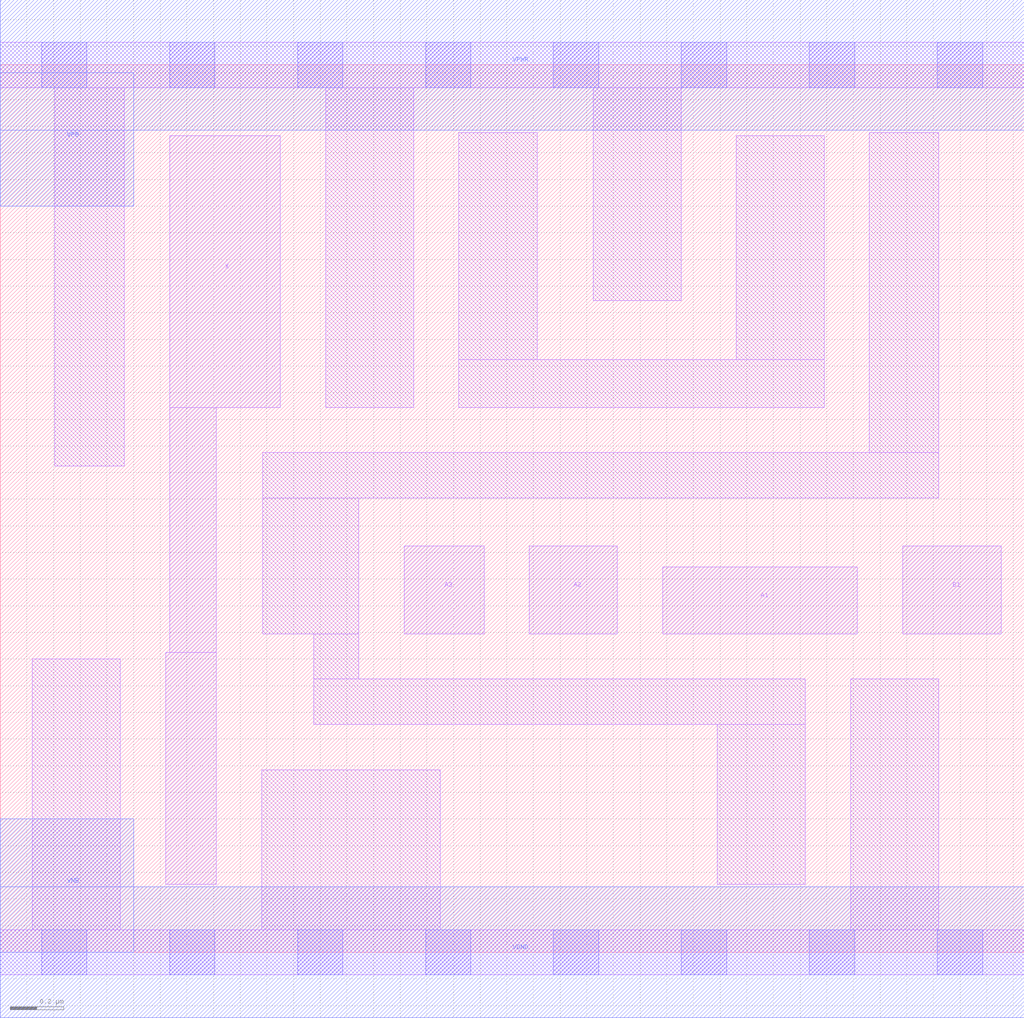
<source format=lef>
# Copyright 2020 The SkyWater PDK Authors
#
# Licensed under the Apache License, Version 2.0 (the "License");
# you may not use this file except in compliance with the License.
# You may obtain a copy of the License at
#
#     https://www.apache.org/licenses/LICENSE-2.0
#
# Unless required by applicable law or agreed to in writing, software
# distributed under the License is distributed on an "AS IS" BASIS,
# WITHOUT WARRANTIES OR CONDITIONS OF ANY KIND, either express or implied.
# See the License for the specific language governing permissions and
# limitations under the License.
#
# SPDX-License-Identifier: Apache-2.0

VERSION 5.5 ;
NAMESCASESENSITIVE ON ;
BUSBITCHARS "[]" ;
DIVIDERCHAR "/" ;
MACRO sky130_fd_sc_lp__a31o_2
  CLASS CORE ;
  SOURCE USER ;
  ORIGIN  0.000000  0.000000 ;
  SIZE  3.840000 BY  3.330000 ;
  SYMMETRY X Y R90 ;
  SITE unit ;
  PIN A1
    ANTENNAGATEAREA  0.315000 ;
    DIRECTION INPUT ;
    USE SIGNAL ;
    PORT
      LAYER li1 ;
        RECT 2.485000 1.195000 3.215000 1.445000 ;
    END
  END A1
  PIN A2
    ANTENNAGATEAREA  0.315000 ;
    DIRECTION INPUT ;
    USE SIGNAL ;
    PORT
      LAYER li1 ;
        RECT 1.985000 1.195000 2.315000 1.525000 ;
    END
  END A2
  PIN A3
    ANTENNAGATEAREA  0.315000 ;
    DIRECTION INPUT ;
    USE SIGNAL ;
    PORT
      LAYER li1 ;
        RECT 1.515000 1.195000 1.815000 1.525000 ;
    END
  END A3
  PIN B1
    ANTENNAGATEAREA  0.315000 ;
    DIRECTION INPUT ;
    USE SIGNAL ;
    PORT
      LAYER li1 ;
        RECT 3.385000 1.195000 3.755000 1.525000 ;
    END
  END B1
  PIN X
    ANTENNADIFFAREA  0.588000 ;
    DIRECTION OUTPUT ;
    USE SIGNAL ;
    PORT
      LAYER li1 ;
        RECT 0.620000 0.255000 0.810000 1.125000 ;
        RECT 0.635000 1.125000 0.810000 2.045000 ;
        RECT 0.635000 2.045000 1.050000 3.065000 ;
    END
  END X
  PIN VGND
    DIRECTION INOUT ;
    USE GROUND ;
    PORT
      LAYER met1 ;
        RECT 0.000000 -0.245000 3.840000 0.245000 ;
    END
  END VGND
  PIN VNB
    DIRECTION INOUT ;
    USE GROUND ;
    PORT
      LAYER met1 ;
        RECT 0.000000 0.000000 0.500000 0.500000 ;
    END
  END VNB
  PIN VPB
    DIRECTION INOUT ;
    USE POWER ;
    PORT
      LAYER met1 ;
        RECT 0.000000 2.800000 0.500000 3.300000 ;
    END
  END VPB
  PIN VPWR
    DIRECTION INOUT ;
    USE POWER ;
    PORT
      LAYER met1 ;
        RECT 0.000000 3.085000 3.840000 3.575000 ;
    END
  END VPWR
  OBS
    LAYER li1 ;
      RECT 0.000000 -0.085000 3.840000 0.085000 ;
      RECT 0.000000  3.245000 3.840000 3.415000 ;
      RECT 0.120000  0.085000 0.450000 1.100000 ;
      RECT 0.205000  1.825000 0.465000 3.245000 ;
      RECT 0.980000  0.085000 1.650000 0.685000 ;
      RECT 0.985000  1.195000 1.345000 1.705000 ;
      RECT 0.985000  1.705000 3.520000 1.875000 ;
      RECT 1.175000  0.855000 3.020000 1.025000 ;
      RECT 1.175000  1.025000 1.345000 1.195000 ;
      RECT 1.220000  2.045000 1.550000 3.245000 ;
      RECT 1.720000  2.045000 3.090000 2.225000 ;
      RECT 1.720000  2.225000 2.015000 3.075000 ;
      RECT 2.225000  2.445000 2.555000 3.245000 ;
      RECT 2.690000  0.255000 3.020000 0.855000 ;
      RECT 2.760000  2.225000 3.090000 3.065000 ;
      RECT 3.190000  0.085000 3.520000 1.025000 ;
      RECT 3.260000  1.875000 3.520000 3.075000 ;
    LAYER mcon ;
      RECT 0.155000 -0.085000 0.325000 0.085000 ;
      RECT 0.155000  3.245000 0.325000 3.415000 ;
      RECT 0.635000 -0.085000 0.805000 0.085000 ;
      RECT 0.635000  3.245000 0.805000 3.415000 ;
      RECT 1.115000 -0.085000 1.285000 0.085000 ;
      RECT 1.115000  3.245000 1.285000 3.415000 ;
      RECT 1.595000 -0.085000 1.765000 0.085000 ;
      RECT 1.595000  3.245000 1.765000 3.415000 ;
      RECT 2.075000 -0.085000 2.245000 0.085000 ;
      RECT 2.075000  3.245000 2.245000 3.415000 ;
      RECT 2.555000 -0.085000 2.725000 0.085000 ;
      RECT 2.555000  3.245000 2.725000 3.415000 ;
      RECT 3.035000 -0.085000 3.205000 0.085000 ;
      RECT 3.035000  3.245000 3.205000 3.415000 ;
      RECT 3.515000 -0.085000 3.685000 0.085000 ;
      RECT 3.515000  3.245000 3.685000 3.415000 ;
  END
END sky130_fd_sc_lp__a31o_2

</source>
